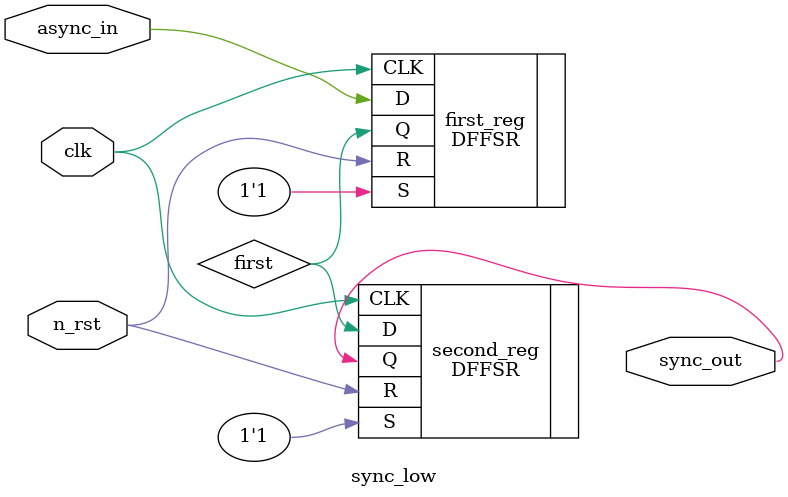
<source format=v>


module sync_low ( clk, async_in, n_rst, sync_out );
  input clk, async_in, n_rst;
  output sync_out;
  wire   first;

  DFFSR first_reg ( .D(async_in), .CLK(clk), .R(n_rst), .S(1'b1), .Q(first) );
  DFFSR second_reg ( .D(first), .CLK(clk), .R(n_rst), .S(1'b1), .Q(sync_out)
         );
endmodule


</source>
